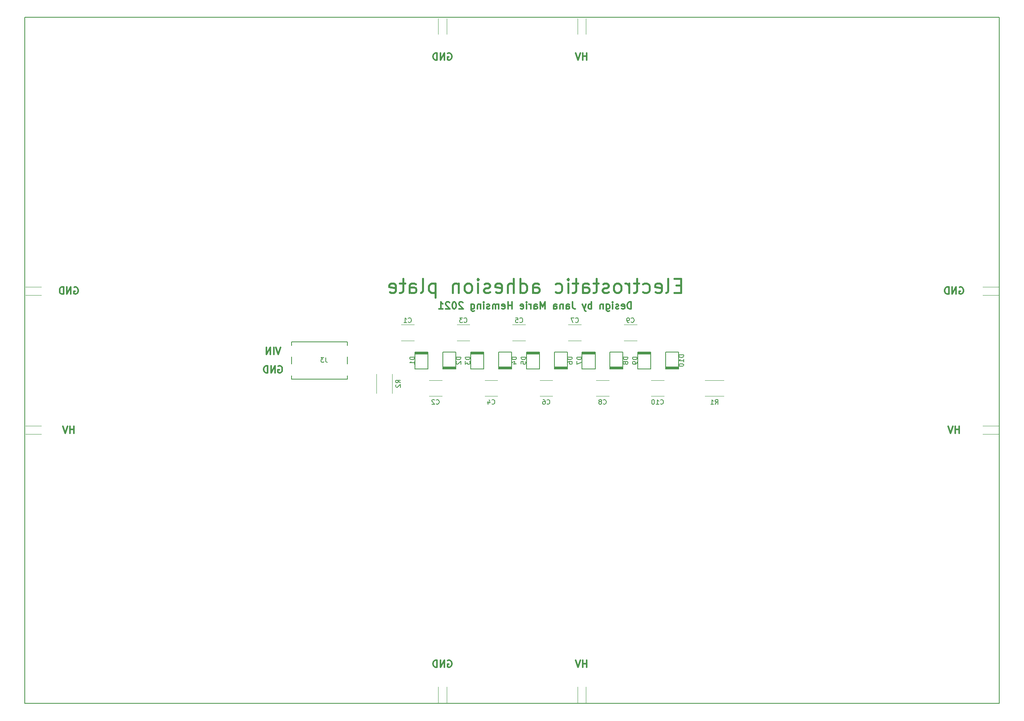
<source format=gbo>
G04 #@! TF.GenerationSoftware,KiCad,Pcbnew,6.0.0-d3dd2cf0fa~116~ubuntu20.04.1*
G04 #@! TF.CreationDate,2022-01-09T22:40:42+01:00*
G04 #@! TF.ProjectId,Statikplatte,53746174-696b-4706-9c61-7474652e6b69,rev?*
G04 #@! TF.SameCoordinates,Original*
G04 #@! TF.FileFunction,Legend,Bot*
G04 #@! TF.FilePolarity,Positive*
%FSLAX46Y46*%
G04 Gerber Fmt 4.6, Leading zero omitted, Abs format (unit mm)*
G04 Created by KiCad (PCBNEW 6.0.0-d3dd2cf0fa~116~ubuntu20.04.1) date 2022-01-09 22:40:42*
%MOMM*%
%LPD*%
G01*
G04 APERTURE LIST*
%ADD10C,0.400000*%
%ADD11C,0.300000*%
G04 #@! TA.AperFunction,Profile*
%ADD12C,0.150000*%
G04 #@! TD*
%ADD13C,0.150000*%
%ADD14C,0.120000*%
G04 APERTURE END LIST*
D10*
X156357142Y-72815714D02*
X155357142Y-72815714D01*
X154928571Y-74387142D02*
X156357142Y-74387142D01*
X156357142Y-71387142D01*
X154928571Y-71387142D01*
X153214285Y-74387142D02*
X153500000Y-74244285D01*
X153642857Y-73958571D01*
X153642857Y-71387142D01*
X150928571Y-74244285D02*
X151214285Y-74387142D01*
X151785714Y-74387142D01*
X152071428Y-74244285D01*
X152214285Y-73958571D01*
X152214285Y-72815714D01*
X152071428Y-72530000D01*
X151785714Y-72387142D01*
X151214285Y-72387142D01*
X150928571Y-72530000D01*
X150785714Y-72815714D01*
X150785714Y-73101428D01*
X152214285Y-73387142D01*
X148214285Y-74244285D02*
X148500000Y-74387142D01*
X149071428Y-74387142D01*
X149357142Y-74244285D01*
X149500000Y-74101428D01*
X149642857Y-73815714D01*
X149642857Y-72958571D01*
X149500000Y-72672857D01*
X149357142Y-72530000D01*
X149071428Y-72387142D01*
X148500000Y-72387142D01*
X148214285Y-72530000D01*
X147357142Y-72387142D02*
X146214285Y-72387142D01*
X146928571Y-71387142D02*
X146928571Y-73958571D01*
X146785714Y-74244285D01*
X146500000Y-74387142D01*
X146214285Y-74387142D01*
X145214285Y-74387142D02*
X145214285Y-72387142D01*
X145214285Y-72958571D02*
X145071428Y-72672857D01*
X144928571Y-72530000D01*
X144642857Y-72387142D01*
X144357142Y-72387142D01*
X142928571Y-74387142D02*
X143214285Y-74244285D01*
X143357142Y-74101428D01*
X143500000Y-73815714D01*
X143500000Y-72958571D01*
X143357142Y-72672857D01*
X143214285Y-72530000D01*
X142928571Y-72387142D01*
X142500000Y-72387142D01*
X142214285Y-72530000D01*
X142071428Y-72672857D01*
X141928571Y-72958571D01*
X141928571Y-73815714D01*
X142071428Y-74101428D01*
X142214285Y-74244285D01*
X142500000Y-74387142D01*
X142928571Y-74387142D01*
X140785714Y-74244285D02*
X140500000Y-74387142D01*
X139928571Y-74387142D01*
X139642857Y-74244285D01*
X139500000Y-73958571D01*
X139500000Y-73815714D01*
X139642857Y-73530000D01*
X139928571Y-73387142D01*
X140357142Y-73387142D01*
X140642857Y-73244285D01*
X140785714Y-72958571D01*
X140785714Y-72815714D01*
X140642857Y-72530000D01*
X140357142Y-72387142D01*
X139928571Y-72387142D01*
X139642857Y-72530000D01*
X138642857Y-72387142D02*
X137500000Y-72387142D01*
X138214285Y-71387142D02*
X138214285Y-73958571D01*
X138071428Y-74244285D01*
X137785714Y-74387142D01*
X137500000Y-74387142D01*
X135214285Y-74387142D02*
X135214285Y-72815714D01*
X135357142Y-72530000D01*
X135642857Y-72387142D01*
X136214285Y-72387142D01*
X136500000Y-72530000D01*
X135214285Y-74244285D02*
X135500000Y-74387142D01*
X136214285Y-74387142D01*
X136500000Y-74244285D01*
X136642857Y-73958571D01*
X136642857Y-73672857D01*
X136500000Y-73387142D01*
X136214285Y-73244285D01*
X135500000Y-73244285D01*
X135214285Y-73101428D01*
X134214285Y-72387142D02*
X133071428Y-72387142D01*
X133785714Y-71387142D02*
X133785714Y-73958571D01*
X133642857Y-74244285D01*
X133357142Y-74387142D01*
X133071428Y-74387142D01*
X132071428Y-74387142D02*
X132071428Y-72387142D01*
X132071428Y-71387142D02*
X132214285Y-71530000D01*
X132071428Y-71672857D01*
X131928571Y-71530000D01*
X132071428Y-71387142D01*
X132071428Y-71672857D01*
X129357142Y-74244285D02*
X129642857Y-74387142D01*
X130214285Y-74387142D01*
X130499999Y-74244285D01*
X130642857Y-74101428D01*
X130785714Y-73815714D01*
X130785714Y-72958571D01*
X130642857Y-72672857D01*
X130499999Y-72530000D01*
X130214285Y-72387142D01*
X129642857Y-72387142D01*
X129357142Y-72530000D01*
X124499999Y-74387142D02*
X124499999Y-72815714D01*
X124642857Y-72530000D01*
X124928571Y-72387142D01*
X125499999Y-72387142D01*
X125785714Y-72530000D01*
X124499999Y-74244285D02*
X124785714Y-74387142D01*
X125499999Y-74387142D01*
X125785714Y-74244285D01*
X125928571Y-73958571D01*
X125928571Y-73672857D01*
X125785714Y-73387142D01*
X125499999Y-73244285D01*
X124785714Y-73244285D01*
X124499999Y-73101428D01*
X121785714Y-74387142D02*
X121785714Y-71387142D01*
X121785714Y-74244285D02*
X122071428Y-74387142D01*
X122642857Y-74387142D01*
X122928571Y-74244285D01*
X123071428Y-74101428D01*
X123214285Y-73815714D01*
X123214285Y-72958571D01*
X123071428Y-72672857D01*
X122928571Y-72530000D01*
X122642857Y-72387142D01*
X122071428Y-72387142D01*
X121785714Y-72530000D01*
X120357142Y-74387142D02*
X120357142Y-71387142D01*
X119071428Y-74387142D02*
X119071428Y-72815714D01*
X119214285Y-72530000D01*
X119499999Y-72387142D01*
X119928571Y-72387142D01*
X120214285Y-72530000D01*
X120357142Y-72672857D01*
X116499999Y-74244285D02*
X116785714Y-74387142D01*
X117357142Y-74387142D01*
X117642857Y-74244285D01*
X117785714Y-73958571D01*
X117785714Y-72815714D01*
X117642857Y-72530000D01*
X117357142Y-72387142D01*
X116785714Y-72387142D01*
X116499999Y-72530000D01*
X116357142Y-72815714D01*
X116357142Y-73101428D01*
X117785714Y-73387142D01*
X115214285Y-74244285D02*
X114928571Y-74387142D01*
X114357142Y-74387142D01*
X114071428Y-74244285D01*
X113928571Y-73958571D01*
X113928571Y-73815714D01*
X114071428Y-73530000D01*
X114357142Y-73387142D01*
X114785714Y-73387142D01*
X115071428Y-73244285D01*
X115214285Y-72958571D01*
X115214285Y-72815714D01*
X115071428Y-72530000D01*
X114785714Y-72387142D01*
X114357142Y-72387142D01*
X114071428Y-72530000D01*
X112642857Y-74387142D02*
X112642857Y-72387142D01*
X112642857Y-71387142D02*
X112785714Y-71530000D01*
X112642857Y-71672857D01*
X112499999Y-71530000D01*
X112642857Y-71387142D01*
X112642857Y-71672857D01*
X110785714Y-74387142D02*
X111071428Y-74244285D01*
X111214285Y-74101428D01*
X111357142Y-73815714D01*
X111357142Y-72958571D01*
X111214285Y-72672857D01*
X111071428Y-72530000D01*
X110785714Y-72387142D01*
X110357142Y-72387142D01*
X110071428Y-72530000D01*
X109928571Y-72672857D01*
X109785714Y-72958571D01*
X109785714Y-73815714D01*
X109928571Y-74101428D01*
X110071428Y-74244285D01*
X110357142Y-74387142D01*
X110785714Y-74387142D01*
X108499999Y-72387142D02*
X108499999Y-74387142D01*
X108499999Y-72672857D02*
X108357142Y-72530000D01*
X108071428Y-72387142D01*
X107642857Y-72387142D01*
X107357142Y-72530000D01*
X107214285Y-72815714D01*
X107214285Y-74387142D01*
X103499999Y-72387142D02*
X103499999Y-75387142D01*
X103499999Y-72530000D02*
X103214285Y-72387142D01*
X102642857Y-72387142D01*
X102357142Y-72530000D01*
X102214285Y-72672857D01*
X102071428Y-72958571D01*
X102071428Y-73815714D01*
X102214285Y-74101428D01*
X102357142Y-74244285D01*
X102642857Y-74387142D01*
X103214285Y-74387142D01*
X103499999Y-74244285D01*
X100357142Y-74387142D02*
X100642857Y-74244285D01*
X100785714Y-73958571D01*
X100785714Y-71387142D01*
X97928571Y-74387142D02*
X97928571Y-72815714D01*
X98071428Y-72530000D01*
X98357142Y-72387142D01*
X98928571Y-72387142D01*
X99214285Y-72530000D01*
X97928571Y-74244285D02*
X98214285Y-74387142D01*
X98928571Y-74387142D01*
X99214285Y-74244285D01*
X99357142Y-73958571D01*
X99357142Y-73672857D01*
X99214285Y-73387142D01*
X98928571Y-73244285D01*
X98214285Y-73244285D01*
X97928571Y-73101428D01*
X96928571Y-72387142D02*
X95785714Y-72387142D01*
X96499999Y-71387142D02*
X96499999Y-73958571D01*
X96357142Y-74244285D01*
X96071428Y-74387142D01*
X95785714Y-74387142D01*
X93642857Y-74244285D02*
X93928571Y-74387142D01*
X94499999Y-74387142D01*
X94785714Y-74244285D01*
X94928571Y-73958571D01*
X94928571Y-72815714D01*
X94785714Y-72530000D01*
X94499999Y-72387142D01*
X93928571Y-72387142D01*
X93642857Y-72530000D01*
X93499999Y-72815714D01*
X93499999Y-73101428D01*
X94928571Y-73387142D01*
D11*
X216392857Y-73250000D02*
X216535714Y-73178571D01*
X216750000Y-73178571D01*
X216964285Y-73250000D01*
X217107142Y-73392857D01*
X217178571Y-73535714D01*
X217250000Y-73821428D01*
X217250000Y-74035714D01*
X217178571Y-74321428D01*
X217107142Y-74464285D01*
X216964285Y-74607142D01*
X216750000Y-74678571D01*
X216607142Y-74678571D01*
X216392857Y-74607142D01*
X216321428Y-74535714D01*
X216321428Y-74035714D01*
X216607142Y-74035714D01*
X215678571Y-74678571D02*
X215678571Y-73178571D01*
X214821428Y-74678571D01*
X214821428Y-73178571D01*
X214107142Y-74678571D02*
X214107142Y-73178571D01*
X213750000Y-73178571D01*
X213535714Y-73250000D01*
X213392857Y-73392857D01*
X213321428Y-73535714D01*
X213250000Y-73821428D01*
X213250000Y-74035714D01*
X213321428Y-74321428D01*
X213392857Y-74464285D01*
X213535714Y-74607142D01*
X213750000Y-74678571D01*
X214107142Y-74678571D01*
X25642857Y-73250000D02*
X25785714Y-73178571D01*
X26000000Y-73178571D01*
X26214285Y-73250000D01*
X26357142Y-73392857D01*
X26428571Y-73535714D01*
X26500000Y-73821428D01*
X26500000Y-74035714D01*
X26428571Y-74321428D01*
X26357142Y-74464285D01*
X26214285Y-74607142D01*
X26000000Y-74678571D01*
X25857142Y-74678571D01*
X25642857Y-74607142D01*
X25571428Y-74535714D01*
X25571428Y-74035714D01*
X25857142Y-74035714D01*
X24928571Y-74678571D02*
X24928571Y-73178571D01*
X24071428Y-74678571D01*
X24071428Y-73178571D01*
X23357142Y-74678571D02*
X23357142Y-73178571D01*
X23000000Y-73178571D01*
X22785714Y-73250000D01*
X22642857Y-73392857D01*
X22571428Y-73535714D01*
X22500000Y-73821428D01*
X22500000Y-74035714D01*
X22571428Y-74321428D01*
X22642857Y-74464285D01*
X22785714Y-74607142D01*
X23000000Y-74678571D01*
X23357142Y-74678571D01*
X106142857Y-153750000D02*
X106285714Y-153678571D01*
X106500000Y-153678571D01*
X106714285Y-153750000D01*
X106857142Y-153892857D01*
X106928571Y-154035714D01*
X107000000Y-154321428D01*
X107000000Y-154535714D01*
X106928571Y-154821428D01*
X106857142Y-154964285D01*
X106714285Y-155107142D01*
X106500000Y-155178571D01*
X106357142Y-155178571D01*
X106142857Y-155107142D01*
X106071428Y-155035714D01*
X106071428Y-154535714D01*
X106357142Y-154535714D01*
X105428571Y-155178571D02*
X105428571Y-153678571D01*
X104571428Y-155178571D01*
X104571428Y-153678571D01*
X103857142Y-155178571D02*
X103857142Y-153678571D01*
X103500000Y-153678571D01*
X103285714Y-153750000D01*
X103142857Y-153892857D01*
X103071428Y-154035714D01*
X103000000Y-154321428D01*
X103000000Y-154535714D01*
X103071428Y-154821428D01*
X103142857Y-154964285D01*
X103285714Y-155107142D01*
X103500000Y-155178571D01*
X103857142Y-155178571D01*
X106142857Y-22750000D02*
X106285714Y-22678571D01*
X106500000Y-22678571D01*
X106714285Y-22750000D01*
X106857142Y-22892857D01*
X106928571Y-23035714D01*
X107000000Y-23321428D01*
X107000000Y-23535714D01*
X106928571Y-23821428D01*
X106857142Y-23964285D01*
X106714285Y-24107142D01*
X106500000Y-24178571D01*
X106357142Y-24178571D01*
X106142857Y-24107142D01*
X106071428Y-24035714D01*
X106071428Y-23535714D01*
X106357142Y-23535714D01*
X105428571Y-24178571D02*
X105428571Y-22678571D01*
X104571428Y-24178571D01*
X104571428Y-22678571D01*
X103857142Y-24178571D02*
X103857142Y-22678571D01*
X103500000Y-22678571D01*
X103285714Y-22750000D01*
X103142857Y-22892857D01*
X103071428Y-23035714D01*
X103000000Y-23321428D01*
X103000000Y-23535714D01*
X103071428Y-23821428D01*
X103142857Y-23964285D01*
X103285714Y-24107142D01*
X103500000Y-24178571D01*
X103857142Y-24178571D01*
X136071428Y-24178571D02*
X136071428Y-22678571D01*
X136071428Y-23392857D02*
X135214285Y-23392857D01*
X135214285Y-24178571D02*
X135214285Y-22678571D01*
X134714285Y-22678571D02*
X134214285Y-24178571D01*
X133714285Y-22678571D01*
X136071428Y-155178571D02*
X136071428Y-153678571D01*
X136071428Y-154392857D02*
X135214285Y-154392857D01*
X135214285Y-155178571D02*
X135214285Y-153678571D01*
X134714285Y-153678571D02*
X134214285Y-155178571D01*
X133714285Y-153678571D01*
X216321428Y-104678571D02*
X216321428Y-103178571D01*
X216321428Y-103892857D02*
X215464285Y-103892857D01*
X215464285Y-104678571D02*
X215464285Y-103178571D01*
X214964285Y-103178571D02*
X214464285Y-104678571D01*
X213964285Y-103178571D01*
X25571428Y-104678571D02*
X25571428Y-103178571D01*
X25571428Y-103892857D02*
X24714285Y-103892857D01*
X24714285Y-104678571D02*
X24714285Y-103178571D01*
X24214285Y-103178571D02*
X23714285Y-104678571D01*
X23214285Y-103178571D01*
X145678571Y-77886071D02*
X145678571Y-76386071D01*
X145321428Y-76386071D01*
X145107142Y-76457500D01*
X144964285Y-76600357D01*
X144892857Y-76743214D01*
X144821428Y-77028928D01*
X144821428Y-77243214D01*
X144892857Y-77528928D01*
X144964285Y-77671785D01*
X145107142Y-77814642D01*
X145321428Y-77886071D01*
X145678571Y-77886071D01*
X143607142Y-77814642D02*
X143750000Y-77886071D01*
X144035714Y-77886071D01*
X144178571Y-77814642D01*
X144250000Y-77671785D01*
X144250000Y-77100357D01*
X144178571Y-76957500D01*
X144035714Y-76886071D01*
X143750000Y-76886071D01*
X143607142Y-76957500D01*
X143535714Y-77100357D01*
X143535714Y-77243214D01*
X144250000Y-77386071D01*
X142964285Y-77814642D02*
X142821428Y-77886071D01*
X142535714Y-77886071D01*
X142392857Y-77814642D01*
X142321428Y-77671785D01*
X142321428Y-77600357D01*
X142392857Y-77457500D01*
X142535714Y-77386071D01*
X142750000Y-77386071D01*
X142892857Y-77314642D01*
X142964285Y-77171785D01*
X142964285Y-77100357D01*
X142892857Y-76957500D01*
X142750000Y-76886071D01*
X142535714Y-76886071D01*
X142392857Y-76957500D01*
X141678571Y-77886071D02*
X141678571Y-76886071D01*
X141678571Y-76386071D02*
X141750000Y-76457500D01*
X141678571Y-76528928D01*
X141607142Y-76457500D01*
X141678571Y-76386071D01*
X141678571Y-76528928D01*
X140321428Y-76886071D02*
X140321428Y-78100357D01*
X140392857Y-78243214D01*
X140464285Y-78314642D01*
X140607142Y-78386071D01*
X140821428Y-78386071D01*
X140964285Y-78314642D01*
X140321428Y-77814642D02*
X140464285Y-77886071D01*
X140750000Y-77886071D01*
X140892857Y-77814642D01*
X140964285Y-77743214D01*
X141035714Y-77600357D01*
X141035714Y-77171785D01*
X140964285Y-77028928D01*
X140892857Y-76957500D01*
X140750000Y-76886071D01*
X140464285Y-76886071D01*
X140321428Y-76957500D01*
X139607142Y-76886071D02*
X139607142Y-77886071D01*
X139607142Y-77028928D02*
X139535714Y-76957500D01*
X139392857Y-76886071D01*
X139178571Y-76886071D01*
X139035714Y-76957500D01*
X138964285Y-77100357D01*
X138964285Y-77886071D01*
X137107142Y-77886071D02*
X137107142Y-76386071D01*
X137107142Y-76957500D02*
X136964285Y-76886071D01*
X136678571Y-76886071D01*
X136535714Y-76957500D01*
X136464285Y-77028928D01*
X136392857Y-77171785D01*
X136392857Y-77600357D01*
X136464285Y-77743214D01*
X136535714Y-77814642D01*
X136678571Y-77886071D01*
X136964285Y-77886071D01*
X137107142Y-77814642D01*
X135892857Y-76886071D02*
X135535714Y-77886071D01*
X135178571Y-76886071D02*
X135535714Y-77886071D01*
X135678571Y-78243214D01*
X135750000Y-78314642D01*
X135892857Y-78386071D01*
X133035714Y-76386071D02*
X133035714Y-77457500D01*
X133107142Y-77671785D01*
X133250000Y-77814642D01*
X133464285Y-77886071D01*
X133607142Y-77886071D01*
X131678571Y-77886071D02*
X131678571Y-77100357D01*
X131750000Y-76957500D01*
X131892857Y-76886071D01*
X132178571Y-76886071D01*
X132321428Y-76957500D01*
X131678571Y-77814642D02*
X131821428Y-77886071D01*
X132178571Y-77886071D01*
X132321428Y-77814642D01*
X132392857Y-77671785D01*
X132392857Y-77528928D01*
X132321428Y-77386071D01*
X132178571Y-77314642D01*
X131821428Y-77314642D01*
X131678571Y-77243214D01*
X130964285Y-76886071D02*
X130964285Y-77886071D01*
X130964285Y-77028928D02*
X130892857Y-76957500D01*
X130750000Y-76886071D01*
X130535714Y-76886071D01*
X130392857Y-76957500D01*
X130321428Y-77100357D01*
X130321428Y-77886071D01*
X128964285Y-77886071D02*
X128964285Y-77100357D01*
X129035714Y-76957500D01*
X129178571Y-76886071D01*
X129464285Y-76886071D01*
X129607142Y-76957500D01*
X128964285Y-77814642D02*
X129107142Y-77886071D01*
X129464285Y-77886071D01*
X129607142Y-77814642D01*
X129678571Y-77671785D01*
X129678571Y-77528928D01*
X129607142Y-77386071D01*
X129464285Y-77314642D01*
X129107142Y-77314642D01*
X128964285Y-77243214D01*
X127107142Y-77886071D02*
X127107142Y-76386071D01*
X126607142Y-77457500D01*
X126107142Y-76386071D01*
X126107142Y-77886071D01*
X124750000Y-77886071D02*
X124750000Y-77100357D01*
X124821428Y-76957500D01*
X124964285Y-76886071D01*
X125250000Y-76886071D01*
X125392857Y-76957500D01*
X124750000Y-77814642D02*
X124892857Y-77886071D01*
X125250000Y-77886071D01*
X125392857Y-77814642D01*
X125464285Y-77671785D01*
X125464285Y-77528928D01*
X125392857Y-77386071D01*
X125250000Y-77314642D01*
X124892857Y-77314642D01*
X124750000Y-77243214D01*
X124035714Y-77886071D02*
X124035714Y-76886071D01*
X124035714Y-77171785D02*
X123964285Y-77028928D01*
X123892857Y-76957500D01*
X123750000Y-76886071D01*
X123607142Y-76886071D01*
X123107142Y-77886071D02*
X123107142Y-76886071D01*
X123107142Y-76386071D02*
X123178571Y-76457500D01*
X123107142Y-76528928D01*
X123035714Y-76457500D01*
X123107142Y-76386071D01*
X123107142Y-76528928D01*
X121821428Y-77814642D02*
X121964285Y-77886071D01*
X122250000Y-77886071D01*
X122392857Y-77814642D01*
X122464285Y-77671785D01*
X122464285Y-77100357D01*
X122392857Y-76957500D01*
X122250000Y-76886071D01*
X121964285Y-76886071D01*
X121821428Y-76957500D01*
X121750000Y-77100357D01*
X121750000Y-77243214D01*
X122464285Y-77386071D01*
X119964285Y-77886071D02*
X119964285Y-76386071D01*
X119964285Y-77100357D02*
X119107142Y-77100357D01*
X119107142Y-77886071D02*
X119107142Y-76386071D01*
X117821428Y-77814642D02*
X117964285Y-77886071D01*
X118250000Y-77886071D01*
X118392857Y-77814642D01*
X118464285Y-77671785D01*
X118464285Y-77100357D01*
X118392857Y-76957500D01*
X118250000Y-76886071D01*
X117964285Y-76886071D01*
X117821428Y-76957500D01*
X117750000Y-77100357D01*
X117750000Y-77243214D01*
X118464285Y-77386071D01*
X117107142Y-77886071D02*
X117107142Y-76886071D01*
X117107142Y-77028928D02*
X117035714Y-76957500D01*
X116892857Y-76886071D01*
X116678571Y-76886071D01*
X116535714Y-76957500D01*
X116464285Y-77100357D01*
X116464285Y-77886071D01*
X116464285Y-77100357D02*
X116392857Y-76957500D01*
X116250000Y-76886071D01*
X116035714Y-76886071D01*
X115892857Y-76957500D01*
X115821428Y-77100357D01*
X115821428Y-77886071D01*
X115178571Y-77814642D02*
X115035714Y-77886071D01*
X114750000Y-77886071D01*
X114607142Y-77814642D01*
X114535714Y-77671785D01*
X114535714Y-77600357D01*
X114607142Y-77457500D01*
X114750000Y-77386071D01*
X114964285Y-77386071D01*
X115107142Y-77314642D01*
X115178571Y-77171785D01*
X115178571Y-77100357D01*
X115107142Y-76957500D01*
X114964285Y-76886071D01*
X114750000Y-76886071D01*
X114607142Y-76957500D01*
X113892857Y-77886071D02*
X113892857Y-76886071D01*
X113892857Y-76386071D02*
X113964285Y-76457500D01*
X113892857Y-76528928D01*
X113821428Y-76457500D01*
X113892857Y-76386071D01*
X113892857Y-76528928D01*
X113178571Y-76886071D02*
X113178571Y-77886071D01*
X113178571Y-77028928D02*
X113107142Y-76957500D01*
X112964285Y-76886071D01*
X112750000Y-76886071D01*
X112607142Y-76957500D01*
X112535714Y-77100357D01*
X112535714Y-77886071D01*
X111178571Y-76886071D02*
X111178571Y-78100357D01*
X111250000Y-78243214D01*
X111321428Y-78314642D01*
X111464285Y-78386071D01*
X111678571Y-78386071D01*
X111821428Y-78314642D01*
X111178571Y-77814642D02*
X111321428Y-77886071D01*
X111607142Y-77886071D01*
X111750000Y-77814642D01*
X111821428Y-77743214D01*
X111892857Y-77600357D01*
X111892857Y-77171785D01*
X111821428Y-77028928D01*
X111750000Y-76957500D01*
X111607142Y-76886071D01*
X111321428Y-76886071D01*
X111178571Y-76957500D01*
X109392857Y-76528928D02*
X109321428Y-76457500D01*
X109178571Y-76386071D01*
X108821428Y-76386071D01*
X108678571Y-76457500D01*
X108607142Y-76528928D01*
X108535714Y-76671785D01*
X108535714Y-76814642D01*
X108607142Y-77028928D01*
X109464285Y-77886071D01*
X108535714Y-77886071D01*
X107607142Y-76386071D02*
X107464285Y-76386071D01*
X107321428Y-76457500D01*
X107250000Y-76528928D01*
X107178571Y-76671785D01*
X107107142Y-76957500D01*
X107107142Y-77314642D01*
X107178571Y-77600357D01*
X107250000Y-77743214D01*
X107321428Y-77814642D01*
X107464285Y-77886071D01*
X107607142Y-77886071D01*
X107750000Y-77814642D01*
X107821428Y-77743214D01*
X107892857Y-77600357D01*
X107964285Y-77314642D01*
X107964285Y-76957500D01*
X107892857Y-76671785D01*
X107821428Y-76528928D01*
X107750000Y-76457500D01*
X107607142Y-76386071D01*
X106535714Y-76528928D02*
X106464285Y-76457500D01*
X106321428Y-76386071D01*
X105964285Y-76386071D01*
X105821428Y-76457500D01*
X105750000Y-76528928D01*
X105678571Y-76671785D01*
X105678571Y-76814642D01*
X105750000Y-77028928D01*
X106607142Y-77886071D01*
X105678571Y-77886071D01*
X104250000Y-77886071D02*
X105107142Y-77886071D01*
X104678571Y-77886071D02*
X104678571Y-76386071D01*
X104821428Y-76600357D01*
X104964285Y-76743214D01*
X105107142Y-76814642D01*
X70142857Y-86178571D02*
X69642857Y-87678571D01*
X69142857Y-86178571D01*
X68642857Y-87678571D02*
X68642857Y-86178571D01*
X67928571Y-87678571D02*
X67928571Y-86178571D01*
X67071428Y-87678571D01*
X67071428Y-86178571D01*
X69642857Y-90250000D02*
X69785714Y-90178571D01*
X70000000Y-90178571D01*
X70214285Y-90250000D01*
X70357142Y-90392857D01*
X70428571Y-90535714D01*
X70500000Y-90821428D01*
X70500000Y-91035714D01*
X70428571Y-91321428D01*
X70357142Y-91464285D01*
X70214285Y-91607142D01*
X70000000Y-91678571D01*
X69857142Y-91678571D01*
X69642857Y-91607142D01*
X69571428Y-91535714D01*
X69571428Y-91035714D01*
X69857142Y-91035714D01*
X68928571Y-91678571D02*
X68928571Y-90178571D01*
X68071428Y-91678571D01*
X68071428Y-90178571D01*
X67357142Y-91678571D02*
X67357142Y-90178571D01*
X67000000Y-90178571D01*
X66785714Y-90250000D01*
X66642857Y-90392857D01*
X66571428Y-90535714D01*
X66500000Y-90821428D01*
X66500000Y-91035714D01*
X66571428Y-91321428D01*
X66642857Y-91464285D01*
X66785714Y-91607142D01*
X67000000Y-91678571D01*
X67357142Y-91678571D01*
D12*
X15000000Y-15000000D02*
X225000000Y-15000000D01*
X225000000Y-15000000D02*
X225000000Y-163000000D01*
X15000000Y-163000000D02*
X225000000Y-163000000D01*
X15000000Y-15000000D02*
X15000000Y-163000000D01*
D13*
X103666666Y-98357142D02*
X103714285Y-98404761D01*
X103857142Y-98452380D01*
X103952380Y-98452380D01*
X104095238Y-98404761D01*
X104190476Y-98309523D01*
X104238095Y-98214285D01*
X104285714Y-98023809D01*
X104285714Y-97880952D01*
X104238095Y-97690476D01*
X104190476Y-97595238D01*
X104095238Y-97500000D01*
X103952380Y-97452380D01*
X103857142Y-97452380D01*
X103714285Y-97500000D01*
X103666666Y-97547619D01*
X103285714Y-97547619D02*
X103238095Y-97500000D01*
X103142857Y-97452380D01*
X102904761Y-97452380D01*
X102809523Y-97500000D01*
X102761904Y-97547619D01*
X102714285Y-97642857D01*
X102714285Y-97738095D01*
X102761904Y-97880952D01*
X103333333Y-98452380D01*
X102714285Y-98452380D01*
X109666666Y-80707142D02*
X109714285Y-80754761D01*
X109857142Y-80802380D01*
X109952380Y-80802380D01*
X110095238Y-80754761D01*
X110190476Y-80659523D01*
X110238095Y-80564285D01*
X110285714Y-80373809D01*
X110285714Y-80230952D01*
X110238095Y-80040476D01*
X110190476Y-79945238D01*
X110095238Y-79850000D01*
X109952380Y-79802380D01*
X109857142Y-79802380D01*
X109714285Y-79850000D01*
X109666666Y-79897619D01*
X109333333Y-79802380D02*
X108714285Y-79802380D01*
X109047619Y-80183333D01*
X108904761Y-80183333D01*
X108809523Y-80230952D01*
X108761904Y-80278571D01*
X108714285Y-80373809D01*
X108714285Y-80611904D01*
X108761904Y-80707142D01*
X108809523Y-80754761D01*
X108904761Y-80802380D01*
X109190476Y-80802380D01*
X109285714Y-80754761D01*
X109333333Y-80707142D01*
X115666666Y-98357142D02*
X115714285Y-98404761D01*
X115857142Y-98452380D01*
X115952380Y-98452380D01*
X116095238Y-98404761D01*
X116190476Y-98309523D01*
X116238095Y-98214285D01*
X116285714Y-98023809D01*
X116285714Y-97880952D01*
X116238095Y-97690476D01*
X116190476Y-97595238D01*
X116095238Y-97500000D01*
X115952380Y-97452380D01*
X115857142Y-97452380D01*
X115714285Y-97500000D01*
X115666666Y-97547619D01*
X114809523Y-97785714D02*
X114809523Y-98452380D01*
X115047619Y-97404761D02*
X115285714Y-98119047D01*
X114666666Y-98119047D01*
X121666666Y-80707142D02*
X121714285Y-80754761D01*
X121857142Y-80802380D01*
X121952380Y-80802380D01*
X122095238Y-80754761D01*
X122190476Y-80659523D01*
X122238095Y-80564285D01*
X122285714Y-80373809D01*
X122285714Y-80230952D01*
X122238095Y-80040476D01*
X122190476Y-79945238D01*
X122095238Y-79850000D01*
X121952380Y-79802380D01*
X121857142Y-79802380D01*
X121714285Y-79850000D01*
X121666666Y-79897619D01*
X120761904Y-79802380D02*
X121238095Y-79802380D01*
X121285714Y-80278571D01*
X121238095Y-80230952D01*
X121142857Y-80183333D01*
X120904761Y-80183333D01*
X120809523Y-80230952D01*
X120761904Y-80278571D01*
X120714285Y-80373809D01*
X120714285Y-80611904D01*
X120761904Y-80707142D01*
X120809523Y-80754761D01*
X120904761Y-80802380D01*
X121142857Y-80802380D01*
X121238095Y-80754761D01*
X121285714Y-80707142D01*
X127529166Y-98357142D02*
X127576785Y-98404761D01*
X127719642Y-98452380D01*
X127814880Y-98452380D01*
X127957738Y-98404761D01*
X128052976Y-98309523D01*
X128100595Y-98214285D01*
X128148214Y-98023809D01*
X128148214Y-97880952D01*
X128100595Y-97690476D01*
X128052976Y-97595238D01*
X127957738Y-97500000D01*
X127814880Y-97452380D01*
X127719642Y-97452380D01*
X127576785Y-97500000D01*
X127529166Y-97547619D01*
X126672023Y-97452380D02*
X126862500Y-97452380D01*
X126957738Y-97500000D01*
X127005357Y-97547619D01*
X127100595Y-97690476D01*
X127148214Y-97880952D01*
X127148214Y-98261904D01*
X127100595Y-98357142D01*
X127052976Y-98404761D01*
X126957738Y-98452380D01*
X126767261Y-98452380D01*
X126672023Y-98404761D01*
X126624404Y-98357142D01*
X126576785Y-98261904D01*
X126576785Y-98023809D01*
X126624404Y-97928571D01*
X126672023Y-97880952D01*
X126767261Y-97833333D01*
X126957738Y-97833333D01*
X127052976Y-97880952D01*
X127100595Y-97928571D01*
X127148214Y-98023809D01*
X133666666Y-80707142D02*
X133714285Y-80754761D01*
X133857142Y-80802380D01*
X133952380Y-80802380D01*
X134095238Y-80754761D01*
X134190476Y-80659523D01*
X134238095Y-80564285D01*
X134285714Y-80373809D01*
X134285714Y-80230952D01*
X134238095Y-80040476D01*
X134190476Y-79945238D01*
X134095238Y-79850000D01*
X133952380Y-79802380D01*
X133857142Y-79802380D01*
X133714285Y-79850000D01*
X133666666Y-79897619D01*
X133333333Y-79802380D02*
X132666666Y-79802380D01*
X133095238Y-80802380D01*
X139666666Y-98357142D02*
X139714285Y-98404761D01*
X139857142Y-98452380D01*
X139952380Y-98452380D01*
X140095238Y-98404761D01*
X140190476Y-98309523D01*
X140238095Y-98214285D01*
X140285714Y-98023809D01*
X140285714Y-97880952D01*
X140238095Y-97690476D01*
X140190476Y-97595238D01*
X140095238Y-97500000D01*
X139952380Y-97452380D01*
X139857142Y-97452380D01*
X139714285Y-97500000D01*
X139666666Y-97547619D01*
X139095238Y-97880952D02*
X139190476Y-97833333D01*
X139238095Y-97785714D01*
X139285714Y-97690476D01*
X139285714Y-97642857D01*
X139238095Y-97547619D01*
X139190476Y-97500000D01*
X139095238Y-97452380D01*
X138904761Y-97452380D01*
X138809523Y-97500000D01*
X138761904Y-97547619D01*
X138714285Y-97642857D01*
X138714285Y-97690476D01*
X138761904Y-97785714D01*
X138809523Y-97833333D01*
X138904761Y-97880952D01*
X139095238Y-97880952D01*
X139190476Y-97928571D01*
X139238095Y-97976190D01*
X139285714Y-98071428D01*
X139285714Y-98261904D01*
X139238095Y-98357142D01*
X139190476Y-98404761D01*
X139095238Y-98452380D01*
X138904761Y-98452380D01*
X138809523Y-98404761D01*
X138761904Y-98357142D01*
X138714285Y-98261904D01*
X138714285Y-98071428D01*
X138761904Y-97976190D01*
X138809523Y-97928571D01*
X138904761Y-97880952D01*
X145666666Y-80707142D02*
X145714285Y-80754761D01*
X145857142Y-80802380D01*
X145952380Y-80802380D01*
X146095238Y-80754761D01*
X146190476Y-80659523D01*
X146238095Y-80564285D01*
X146285714Y-80373809D01*
X146285714Y-80230952D01*
X146238095Y-80040476D01*
X146190476Y-79945238D01*
X146095238Y-79850000D01*
X145952380Y-79802380D01*
X145857142Y-79802380D01*
X145714285Y-79850000D01*
X145666666Y-79897619D01*
X145190476Y-80802380D02*
X145000000Y-80802380D01*
X144904761Y-80754761D01*
X144857142Y-80707142D01*
X144761904Y-80564285D01*
X144714285Y-80373809D01*
X144714285Y-79992857D01*
X144761904Y-79897619D01*
X144809523Y-79850000D01*
X144904761Y-79802380D01*
X145095238Y-79802380D01*
X145190476Y-79850000D01*
X145238095Y-79897619D01*
X145285714Y-79992857D01*
X145285714Y-80230952D01*
X145238095Y-80326190D01*
X145190476Y-80373809D01*
X145095238Y-80421428D01*
X144904761Y-80421428D01*
X144809523Y-80373809D01*
X144761904Y-80326190D01*
X144714285Y-80230952D01*
X152005357Y-98357142D02*
X152052976Y-98404761D01*
X152195833Y-98452380D01*
X152291071Y-98452380D01*
X152433928Y-98404761D01*
X152529166Y-98309523D01*
X152576785Y-98214285D01*
X152624404Y-98023809D01*
X152624404Y-97880952D01*
X152576785Y-97690476D01*
X152529166Y-97595238D01*
X152433928Y-97500000D01*
X152291071Y-97452380D01*
X152195833Y-97452380D01*
X152052976Y-97500000D01*
X152005357Y-97547619D01*
X151052976Y-98452380D02*
X151624404Y-98452380D01*
X151338690Y-98452380D02*
X151338690Y-97452380D01*
X151433928Y-97595238D01*
X151529166Y-97690476D01*
X151624404Y-97738095D01*
X150433928Y-97452380D02*
X150338690Y-97452380D01*
X150243452Y-97500000D01*
X150195833Y-97547619D01*
X150148214Y-97642857D01*
X150100595Y-97833333D01*
X150100595Y-98071428D01*
X150148214Y-98261904D01*
X150195833Y-98357142D01*
X150243452Y-98404761D01*
X150338690Y-98452380D01*
X150433928Y-98452380D01*
X150529166Y-98404761D01*
X150576785Y-98357142D01*
X150624404Y-98261904D01*
X150672023Y-98071428D01*
X150672023Y-97833333D01*
X150624404Y-97642857D01*
X150576785Y-97547619D01*
X150529166Y-97500000D01*
X150433928Y-97452380D01*
X156952380Y-87785714D02*
X155952380Y-87785714D01*
X155952380Y-88023809D01*
X156000000Y-88166666D01*
X156095238Y-88261904D01*
X156190476Y-88309523D01*
X156380952Y-88357142D01*
X156523809Y-88357142D01*
X156714285Y-88309523D01*
X156809523Y-88261904D01*
X156904761Y-88166666D01*
X156952380Y-88023809D01*
X156952380Y-87785714D01*
X156952380Y-89309523D02*
X156952380Y-88738095D01*
X156952380Y-89023809D02*
X155952380Y-89023809D01*
X156095238Y-88928571D01*
X156190476Y-88833333D01*
X156238095Y-88738095D01*
X155952380Y-89928571D02*
X155952380Y-90023809D01*
X156000000Y-90119047D01*
X156047619Y-90166666D01*
X156142857Y-90214285D01*
X156333333Y-90261904D01*
X156571428Y-90261904D01*
X156761904Y-90214285D01*
X156857142Y-90166666D01*
X156904761Y-90119047D01*
X156952380Y-90023809D01*
X156952380Y-89928571D01*
X156904761Y-89833333D01*
X156857142Y-89785714D01*
X156761904Y-89738095D01*
X156571428Y-89690476D01*
X156333333Y-89690476D01*
X156142857Y-89738095D01*
X156047619Y-89785714D01*
X156000000Y-89833333D01*
X155952380Y-89928571D01*
X108952380Y-88261904D02*
X107952380Y-88261904D01*
X107952380Y-88500000D01*
X108000000Y-88642857D01*
X108095238Y-88738095D01*
X108190476Y-88785714D01*
X108380952Y-88833333D01*
X108523809Y-88833333D01*
X108714285Y-88785714D01*
X108809523Y-88738095D01*
X108904761Y-88642857D01*
X108952380Y-88500000D01*
X108952380Y-88261904D01*
X108047619Y-89214285D02*
X108000000Y-89261904D01*
X107952380Y-89357142D01*
X107952380Y-89595238D01*
X108000000Y-89690476D01*
X108047619Y-89738095D01*
X108142857Y-89785714D01*
X108238095Y-89785714D01*
X108380952Y-89738095D01*
X108952380Y-89166666D01*
X108952380Y-89785714D01*
X110952380Y-88261904D02*
X109952380Y-88261904D01*
X109952380Y-88500000D01*
X110000000Y-88642857D01*
X110095238Y-88738095D01*
X110190476Y-88785714D01*
X110380952Y-88833333D01*
X110523809Y-88833333D01*
X110714285Y-88785714D01*
X110809523Y-88738095D01*
X110904761Y-88642857D01*
X110952380Y-88500000D01*
X110952380Y-88261904D01*
X109952380Y-89166666D02*
X109952380Y-89785714D01*
X110333333Y-89452380D01*
X110333333Y-89595238D01*
X110380952Y-89690476D01*
X110428571Y-89738095D01*
X110523809Y-89785714D01*
X110761904Y-89785714D01*
X110857142Y-89738095D01*
X110904761Y-89690476D01*
X110952380Y-89595238D01*
X110952380Y-89309523D01*
X110904761Y-89214285D01*
X110857142Y-89166666D01*
X120952380Y-88261904D02*
X119952380Y-88261904D01*
X119952380Y-88500000D01*
X120000000Y-88642857D01*
X120095238Y-88738095D01*
X120190476Y-88785714D01*
X120380952Y-88833333D01*
X120523809Y-88833333D01*
X120714285Y-88785714D01*
X120809523Y-88738095D01*
X120904761Y-88642857D01*
X120952380Y-88500000D01*
X120952380Y-88261904D01*
X120285714Y-89690476D02*
X120952380Y-89690476D01*
X119904761Y-89452380D02*
X120619047Y-89214285D01*
X120619047Y-89833333D01*
X122952380Y-88261904D02*
X121952380Y-88261904D01*
X121952380Y-88500000D01*
X122000000Y-88642857D01*
X122095238Y-88738095D01*
X122190476Y-88785714D01*
X122380952Y-88833333D01*
X122523809Y-88833333D01*
X122714285Y-88785714D01*
X122809523Y-88738095D01*
X122904761Y-88642857D01*
X122952380Y-88500000D01*
X122952380Y-88261904D01*
X121952380Y-89738095D02*
X121952380Y-89261904D01*
X122428571Y-89214285D01*
X122380952Y-89261904D01*
X122333333Y-89357142D01*
X122333333Y-89595238D01*
X122380952Y-89690476D01*
X122428571Y-89738095D01*
X122523809Y-89785714D01*
X122761904Y-89785714D01*
X122857142Y-89738095D01*
X122904761Y-89690476D01*
X122952380Y-89595238D01*
X122952380Y-89357142D01*
X122904761Y-89261904D01*
X122857142Y-89214285D01*
X132952380Y-88261904D02*
X131952380Y-88261904D01*
X131952380Y-88500000D01*
X132000000Y-88642857D01*
X132095238Y-88738095D01*
X132190476Y-88785714D01*
X132380952Y-88833333D01*
X132523809Y-88833333D01*
X132714285Y-88785714D01*
X132809523Y-88738095D01*
X132904761Y-88642857D01*
X132952380Y-88500000D01*
X132952380Y-88261904D01*
X131952380Y-89690476D02*
X131952380Y-89500000D01*
X132000000Y-89404761D01*
X132047619Y-89357142D01*
X132190476Y-89261904D01*
X132380952Y-89214285D01*
X132761904Y-89214285D01*
X132857142Y-89261904D01*
X132904761Y-89309523D01*
X132952380Y-89404761D01*
X132952380Y-89595238D01*
X132904761Y-89690476D01*
X132857142Y-89738095D01*
X132761904Y-89785714D01*
X132523809Y-89785714D01*
X132428571Y-89738095D01*
X132380952Y-89690476D01*
X132333333Y-89595238D01*
X132333333Y-89404761D01*
X132380952Y-89309523D01*
X132428571Y-89261904D01*
X132523809Y-89214285D01*
X134952380Y-88261904D02*
X133952380Y-88261904D01*
X133952380Y-88500000D01*
X134000000Y-88642857D01*
X134095238Y-88738095D01*
X134190476Y-88785714D01*
X134380952Y-88833333D01*
X134523809Y-88833333D01*
X134714285Y-88785714D01*
X134809523Y-88738095D01*
X134904761Y-88642857D01*
X134952380Y-88500000D01*
X134952380Y-88261904D01*
X133952380Y-89166666D02*
X133952380Y-89833333D01*
X134952380Y-89404761D01*
X144952380Y-88261904D02*
X143952380Y-88261904D01*
X143952380Y-88500000D01*
X144000000Y-88642857D01*
X144095238Y-88738095D01*
X144190476Y-88785714D01*
X144380952Y-88833333D01*
X144523809Y-88833333D01*
X144714285Y-88785714D01*
X144809523Y-88738095D01*
X144904761Y-88642857D01*
X144952380Y-88500000D01*
X144952380Y-88261904D01*
X144380952Y-89404761D02*
X144333333Y-89309523D01*
X144285714Y-89261904D01*
X144190476Y-89214285D01*
X144142857Y-89214285D01*
X144047619Y-89261904D01*
X144000000Y-89309523D01*
X143952380Y-89404761D01*
X143952380Y-89595238D01*
X144000000Y-89690476D01*
X144047619Y-89738095D01*
X144142857Y-89785714D01*
X144190476Y-89785714D01*
X144285714Y-89738095D01*
X144333333Y-89690476D01*
X144380952Y-89595238D01*
X144380952Y-89404761D01*
X144428571Y-89309523D01*
X144476190Y-89261904D01*
X144571428Y-89214285D01*
X144761904Y-89214285D01*
X144857142Y-89261904D01*
X144904761Y-89309523D01*
X144952380Y-89404761D01*
X144952380Y-89595238D01*
X144904761Y-89690476D01*
X144857142Y-89738095D01*
X144761904Y-89785714D01*
X144571428Y-89785714D01*
X144476190Y-89738095D01*
X144428571Y-89690476D01*
X144380952Y-89595238D01*
X146952380Y-88261904D02*
X145952380Y-88261904D01*
X145952380Y-88500000D01*
X146000000Y-88642857D01*
X146095238Y-88738095D01*
X146190476Y-88785714D01*
X146380952Y-88833333D01*
X146523809Y-88833333D01*
X146714285Y-88785714D01*
X146809523Y-88738095D01*
X146904761Y-88642857D01*
X146952380Y-88500000D01*
X146952380Y-88261904D01*
X146952380Y-89309523D02*
X146952380Y-89500000D01*
X146904761Y-89595238D01*
X146857142Y-89642857D01*
X146714285Y-89738095D01*
X146523809Y-89785714D01*
X146142857Y-89785714D01*
X146047619Y-89738095D01*
X146000000Y-89690476D01*
X145952380Y-89595238D01*
X145952380Y-89404761D01*
X146000000Y-89309523D01*
X146047619Y-89261904D01*
X146142857Y-89214285D01*
X146380952Y-89214285D01*
X146476190Y-89261904D01*
X146523809Y-89309523D01*
X146571428Y-89404761D01*
X146571428Y-89595238D01*
X146523809Y-89690476D01*
X146476190Y-89738095D01*
X146380952Y-89785714D01*
X97666666Y-80707142D02*
X97714285Y-80754761D01*
X97857142Y-80802380D01*
X97952380Y-80802380D01*
X98095238Y-80754761D01*
X98190476Y-80659523D01*
X98238095Y-80564285D01*
X98285714Y-80373809D01*
X98285714Y-80230952D01*
X98238095Y-80040476D01*
X98190476Y-79945238D01*
X98095238Y-79850000D01*
X97952380Y-79802380D01*
X97857142Y-79802380D01*
X97714285Y-79850000D01*
X97666666Y-79897619D01*
X96714285Y-80802380D02*
X97285714Y-80802380D01*
X97000000Y-80802380D02*
X97000000Y-79802380D01*
X97095238Y-79945238D01*
X97190476Y-80040476D01*
X97285714Y-80088095D01*
X163766666Y-98452380D02*
X164100000Y-97976190D01*
X164338095Y-98452380D02*
X164338095Y-97452380D01*
X163957142Y-97452380D01*
X163861904Y-97500000D01*
X163814285Y-97547619D01*
X163766666Y-97642857D01*
X163766666Y-97785714D01*
X163814285Y-97880952D01*
X163861904Y-97928571D01*
X163957142Y-97976190D01*
X164338095Y-97976190D01*
X162814285Y-98452380D02*
X163385714Y-98452380D01*
X163100000Y-98452380D02*
X163100000Y-97452380D01*
X163195238Y-97595238D01*
X163290476Y-97690476D01*
X163385714Y-97738095D01*
X98952380Y-88261904D02*
X97952380Y-88261904D01*
X97952380Y-88500000D01*
X98000000Y-88642857D01*
X98095238Y-88738095D01*
X98190476Y-88785714D01*
X98380952Y-88833333D01*
X98523809Y-88833333D01*
X98714285Y-88785714D01*
X98809523Y-88738095D01*
X98904761Y-88642857D01*
X98952380Y-88500000D01*
X98952380Y-88261904D01*
X98952380Y-89785714D02*
X98952380Y-89214285D01*
X98952380Y-89500000D02*
X97952380Y-89500000D01*
X98095238Y-89404761D01*
X98190476Y-89309523D01*
X98238095Y-89214285D01*
X79833333Y-88352380D02*
X79833333Y-89066666D01*
X79880952Y-89209523D01*
X79976190Y-89304761D01*
X80119047Y-89352380D01*
X80214285Y-89352380D01*
X79452380Y-88352380D02*
X78833333Y-88352380D01*
X79166666Y-88733333D01*
X79023809Y-88733333D01*
X78928571Y-88780952D01*
X78880952Y-88828571D01*
X78833333Y-88923809D01*
X78833333Y-89161904D01*
X78880952Y-89257142D01*
X78928571Y-89304761D01*
X79023809Y-89352380D01*
X79309523Y-89352380D01*
X79404761Y-89304761D01*
X79452380Y-89257142D01*
X95952380Y-93833333D02*
X95476190Y-93500000D01*
X95952380Y-93261904D02*
X94952380Y-93261904D01*
X94952380Y-93642857D01*
X95000000Y-93738095D01*
X95047619Y-93785714D01*
X95142857Y-93833333D01*
X95285714Y-93833333D01*
X95380952Y-93785714D01*
X95428571Y-93738095D01*
X95476190Y-93642857D01*
X95476190Y-93261904D01*
X95047619Y-94214285D02*
X95000000Y-94261904D01*
X94952380Y-94357142D01*
X94952380Y-94595238D01*
X95000000Y-94690476D01*
X95047619Y-94738095D01*
X95142857Y-94785714D01*
X95238095Y-94785714D01*
X95380952Y-94738095D01*
X95952380Y-94166666D01*
X95952380Y-94785714D01*
D14*
X105900000Y-159400000D02*
X105900000Y-162800000D01*
X104100000Y-159400000D02*
X104100000Y-162800000D01*
X18600000Y-74900000D02*
X15200000Y-74900000D01*
X18600000Y-73100000D02*
X15200000Y-73100000D01*
X104100000Y-18600000D02*
X104100000Y-15200000D01*
X105900000Y-18600000D02*
X105900000Y-15200000D01*
X221400000Y-73100000D02*
X224800000Y-73100000D01*
X221400000Y-74900000D02*
X224800000Y-74900000D01*
X135900000Y-159400000D02*
X135900000Y-162800000D01*
X134100000Y-159400000D02*
X134100000Y-162800000D01*
X221400000Y-103100000D02*
X224800000Y-103100000D01*
X221400000Y-104900000D02*
X224800000Y-104900000D01*
X18600000Y-104900000D02*
X15200000Y-104900000D01*
X18600000Y-103100000D02*
X15200000Y-103100000D01*
X104886252Y-96710000D02*
X102113748Y-96710000D01*
X104886252Y-93290000D02*
X102113748Y-93290000D01*
X110886252Y-84710000D02*
X108113748Y-84710000D01*
X110886252Y-81290000D02*
X108113748Y-81290000D01*
X116886252Y-96710000D02*
X114113748Y-96710000D01*
X116886252Y-93290000D02*
X114113748Y-93290000D01*
X122886252Y-84710000D02*
X120113748Y-84710000D01*
X122886252Y-81290000D02*
X120113748Y-81290000D01*
X128748752Y-96710000D02*
X125976248Y-96710000D01*
X128748752Y-93290000D02*
X125976248Y-93290000D01*
X134886252Y-84710000D02*
X132113748Y-84710000D01*
X134886252Y-81290000D02*
X132113748Y-81290000D01*
X140886252Y-96710000D02*
X138113748Y-96710000D01*
X140886252Y-93290000D02*
X138113748Y-93290000D01*
X146886252Y-84710000D02*
X144113748Y-84710000D01*
X146886252Y-81290000D02*
X144113748Y-81290000D01*
X152748752Y-96710000D02*
X149976248Y-96710000D01*
X152748752Y-93290000D02*
X149976248Y-93290000D01*
D13*
X155900000Y-90425000D02*
X153100000Y-90425000D01*
X155900000Y-90525000D02*
X153100000Y-90525000D01*
X155900000Y-90725000D02*
X153100000Y-90725000D01*
X155900000Y-90625000D02*
X153100000Y-90625000D01*
X153100000Y-90825000D02*
X153100000Y-87175000D01*
X155900000Y-90825000D02*
X153100000Y-90825000D01*
X155900000Y-87175000D02*
X155900000Y-90825000D01*
X153100000Y-87175000D02*
X155900000Y-87175000D01*
X107900000Y-90424999D02*
X105100000Y-90424999D01*
X107900000Y-90524999D02*
X105100000Y-90524999D01*
X107900000Y-90724999D02*
X105100000Y-90724999D01*
X107900000Y-90624999D02*
X105100000Y-90624999D01*
X105100000Y-90824999D02*
X105100000Y-87174999D01*
X107900000Y-90824999D02*
X105100000Y-90824999D01*
X107900000Y-87174999D02*
X107900000Y-90824999D01*
X105100000Y-87174999D02*
X107900000Y-87174999D01*
X111100000Y-87575000D02*
X113900000Y-87575000D01*
X111100000Y-87475000D02*
X113900000Y-87475000D01*
X111100000Y-87275000D02*
X113900000Y-87275000D01*
X111100000Y-87375000D02*
X113900000Y-87375000D01*
X113900000Y-87175000D02*
X113900000Y-90825000D01*
X111100000Y-87175000D02*
X113900000Y-87175000D01*
X111100000Y-90825000D02*
X111100000Y-87175000D01*
X113900000Y-90825000D02*
X111100000Y-90825000D01*
X119900000Y-90425000D02*
X117100000Y-90425000D01*
X119900000Y-90525000D02*
X117100000Y-90525000D01*
X119900000Y-90725000D02*
X117100000Y-90725000D01*
X119900000Y-90625000D02*
X117100000Y-90625000D01*
X117100000Y-90825000D02*
X117100000Y-87175000D01*
X119900000Y-90825000D02*
X117100000Y-90825000D01*
X119900000Y-87175000D02*
X119900000Y-90825000D01*
X117100000Y-87175000D02*
X119900000Y-87175000D01*
X123100000Y-87575000D02*
X125900000Y-87575000D01*
X123100000Y-87475000D02*
X125900000Y-87475000D01*
X123100000Y-87275000D02*
X125900000Y-87275000D01*
X123100000Y-87375000D02*
X125900000Y-87375000D01*
X125900000Y-87175000D02*
X125900000Y-90825000D01*
X123100000Y-87175000D02*
X125900000Y-87175000D01*
X123100000Y-90825000D02*
X123100000Y-87175000D01*
X125900000Y-90825000D02*
X123100000Y-90825000D01*
X131900000Y-90424999D02*
X129100000Y-90424999D01*
X131900000Y-90524999D02*
X129100000Y-90524999D01*
X131900000Y-90724999D02*
X129100000Y-90724999D01*
X131900000Y-90624999D02*
X129100000Y-90624999D01*
X129100000Y-90824999D02*
X129100000Y-87174999D01*
X131900000Y-90824999D02*
X129100000Y-90824999D01*
X131900000Y-87174999D02*
X131900000Y-90824999D01*
X129100000Y-87174999D02*
X131900000Y-87174999D01*
X135100000Y-87575001D02*
X137900000Y-87575001D01*
X135100000Y-87475001D02*
X137900000Y-87475001D01*
X135100000Y-87275001D02*
X137900000Y-87275001D01*
X135100000Y-87375001D02*
X137900000Y-87375001D01*
X137900000Y-87175001D02*
X137900000Y-90825001D01*
X135100000Y-87175001D02*
X137900000Y-87175001D01*
X135100000Y-90825001D02*
X135100000Y-87175001D01*
X137900000Y-90825001D02*
X135100000Y-90825001D01*
X143900000Y-90425000D02*
X141100000Y-90425000D01*
X143900000Y-90525000D02*
X141100000Y-90525000D01*
X143900000Y-90725000D02*
X141100000Y-90725000D01*
X143900000Y-90625000D02*
X141100000Y-90625000D01*
X141100000Y-90825000D02*
X141100000Y-87175000D01*
X143900000Y-90825000D02*
X141100000Y-90825000D01*
X143900000Y-87175000D02*
X143900000Y-90825000D01*
X141100000Y-87175000D02*
X143900000Y-87175000D01*
X147100000Y-87575000D02*
X149900000Y-87575000D01*
X147100000Y-87475000D02*
X149900000Y-87475000D01*
X147100000Y-87275000D02*
X149900000Y-87275000D01*
X147100000Y-87375000D02*
X149900000Y-87375000D01*
X149900000Y-87175000D02*
X149900000Y-90825000D01*
X147100000Y-87175000D02*
X149900000Y-87175000D01*
X147100000Y-90825000D02*
X147100000Y-87175000D01*
X149900000Y-90825000D02*
X147100000Y-90825000D01*
D14*
X98886252Y-84710000D02*
X96113748Y-84710000D01*
X98886252Y-81290000D02*
X96113748Y-81290000D01*
X165652064Y-96710000D02*
X161547936Y-96710000D01*
X165652064Y-93290000D02*
X161547936Y-93290000D01*
D13*
X99100000Y-87575000D02*
X101900000Y-87575000D01*
X99100000Y-87475000D02*
X101900000Y-87475000D01*
X99100000Y-87275000D02*
X101900000Y-87275000D01*
X99100000Y-87375000D02*
X101900000Y-87375000D01*
X101900000Y-87175000D02*
X101900000Y-90825000D01*
X99100000Y-87175000D02*
X101900000Y-87175000D01*
X99100000Y-90825000D02*
X99100000Y-87175000D01*
X101900000Y-90825000D02*
X99100000Y-90825000D01*
X72500000Y-88250000D02*
X72500000Y-89750000D01*
X72500000Y-92250000D02*
X72500000Y-93000000D01*
X84500000Y-92250000D02*
X84500000Y-93000000D01*
X84500000Y-88250000D02*
X84500000Y-89750000D01*
X84500000Y-85000000D02*
X84500000Y-85750000D01*
X72500000Y-85000000D02*
X72500000Y-85750000D01*
X72500000Y-93000000D02*
X84500000Y-93000000D01*
X84500000Y-85000000D02*
X72500000Y-85000000D01*
D14*
X90790000Y-96052064D02*
X90790000Y-91947936D01*
X94210000Y-96052064D02*
X94210000Y-91947936D01*
X134100000Y-18600000D02*
X134100000Y-15200000D01*
X135900000Y-18600000D02*
X135900000Y-15200000D01*
M02*

</source>
